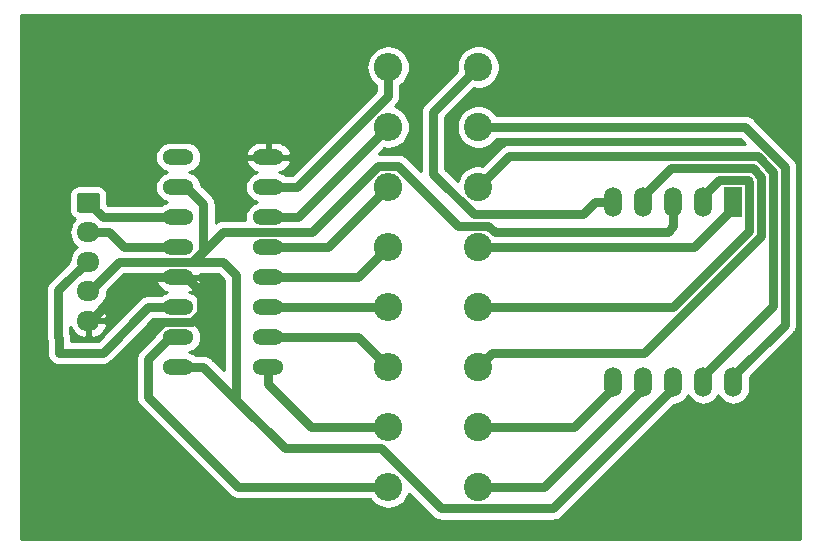
<source format=gbr>
G04 #@! TF.GenerationSoftware,KiCad,Pcbnew,(5.1.2)-2*
G04 #@! TF.CreationDate,2019-09-23T07:30:52-10:00*
G04 #@! TF.ProjectId,595N_7SEG,3539354e-5f37-4534-9547-2e6b69636164,rev?*
G04 #@! TF.SameCoordinates,Original*
G04 #@! TF.FileFunction,Copper,L1,Top*
G04 #@! TF.FilePolarity,Positive*
%FSLAX46Y46*%
G04 Gerber Fmt 4.6, Leading zero omitted, Abs format (unit mm)*
G04 Created by KiCad (PCBNEW (5.1.2)-2) date 2019-09-23 07:30:52*
%MOMM*%
%LPD*%
G04 APERTURE LIST*
%ADD10C,2.400000*%
%ADD11O,2.400000X2.400000*%
%ADD12O,1.524000X2.524000*%
%ADD13R,1.524000X2.524000*%
%ADD14C,0.100000*%
%ADD15C,1.700000*%
%ADD16O,1.950000X1.700000*%
%ADD17O,2.641600X1.320800*%
%ADD18C,0.800000*%
%ADD19C,0.254000*%
G04 APERTURE END LIST*
D10*
X130810000Y-85090000D03*
D11*
X123190000Y-85090000D03*
D12*
X152400000Y-96520000D03*
X149860000Y-96520000D03*
X147320000Y-96520000D03*
X144780000Y-96520000D03*
X142240000Y-96520000D03*
X142240000Y-81280000D03*
X144780000Y-81280000D03*
X147320000Y-81280000D03*
X149860000Y-81280000D03*
D13*
X152400000Y-81280000D03*
D14*
G36*
X98539504Y-80471204D02*
G01*
X98563773Y-80474804D01*
X98587571Y-80480765D01*
X98610671Y-80489030D01*
X98632849Y-80499520D01*
X98653893Y-80512133D01*
X98673598Y-80526747D01*
X98691777Y-80543223D01*
X98708253Y-80561402D01*
X98722867Y-80581107D01*
X98735480Y-80602151D01*
X98745970Y-80624329D01*
X98754235Y-80647429D01*
X98760196Y-80671227D01*
X98763796Y-80695496D01*
X98765000Y-80720000D01*
X98765000Y-81920000D01*
X98763796Y-81944504D01*
X98760196Y-81968773D01*
X98754235Y-81992571D01*
X98745970Y-82015671D01*
X98735480Y-82037849D01*
X98722867Y-82058893D01*
X98708253Y-82078598D01*
X98691777Y-82096777D01*
X98673598Y-82113253D01*
X98653893Y-82127867D01*
X98632849Y-82140480D01*
X98610671Y-82150970D01*
X98587571Y-82159235D01*
X98563773Y-82165196D01*
X98539504Y-82168796D01*
X98515000Y-82170000D01*
X97065000Y-82170000D01*
X97040496Y-82168796D01*
X97016227Y-82165196D01*
X96992429Y-82159235D01*
X96969329Y-82150970D01*
X96947151Y-82140480D01*
X96926107Y-82127867D01*
X96906402Y-82113253D01*
X96888223Y-82096777D01*
X96871747Y-82078598D01*
X96857133Y-82058893D01*
X96844520Y-82037849D01*
X96834030Y-82015671D01*
X96825765Y-81992571D01*
X96819804Y-81968773D01*
X96816204Y-81944504D01*
X96815000Y-81920000D01*
X96815000Y-80720000D01*
X96816204Y-80695496D01*
X96819804Y-80671227D01*
X96825765Y-80647429D01*
X96834030Y-80624329D01*
X96844520Y-80602151D01*
X96857133Y-80581107D01*
X96871747Y-80561402D01*
X96888223Y-80543223D01*
X96906402Y-80526747D01*
X96926107Y-80512133D01*
X96947151Y-80499520D01*
X96969329Y-80489030D01*
X96992429Y-80480765D01*
X97016227Y-80474804D01*
X97040496Y-80471204D01*
X97065000Y-80470000D01*
X98515000Y-80470000D01*
X98539504Y-80471204D01*
X98539504Y-80471204D01*
G37*
D15*
X97790000Y-81320000D03*
D16*
X97790000Y-83820000D03*
X97790000Y-86320000D03*
X97790000Y-88820000D03*
X97790000Y-91320000D03*
D10*
X130810000Y-105410000D03*
D11*
X123190000Y-105410000D03*
X123190000Y-100330000D03*
D10*
X130810000Y-100330000D03*
X130810000Y-95250000D03*
D11*
X123190000Y-95250000D03*
X123190000Y-90170000D03*
D10*
X130810000Y-90170000D03*
D11*
X123190000Y-80010000D03*
D10*
X130810000Y-80010000D03*
X130810000Y-74930000D03*
D11*
X123190000Y-74930000D03*
X123190000Y-69850000D03*
D10*
X130810000Y-69850000D03*
D17*
X113030000Y-95250000D03*
X113030000Y-92710000D03*
X113030000Y-80010000D03*
X113030000Y-77470000D03*
X113030000Y-90170000D03*
X113030000Y-87630000D03*
X113030000Y-82550000D03*
X113030000Y-85090000D03*
X105410000Y-77470000D03*
X105410000Y-80010000D03*
X105410000Y-82550000D03*
X105410000Y-85090000D03*
X105410000Y-87630000D03*
X105410000Y-90170000D03*
X105410000Y-92710000D03*
X105410000Y-95250000D03*
D18*
X132507056Y-74930000D02*
X130810000Y-74930000D01*
X153396682Y-74930000D02*
X132507056Y-74930000D01*
X156762031Y-78295349D02*
X153396682Y-74930000D01*
X156762031Y-91657969D02*
X156762031Y-78295349D01*
X152400000Y-96020000D02*
X156762031Y-91657969D01*
X152400000Y-96520000D02*
X152400000Y-96020000D01*
X133402021Y-77417979D02*
X132009999Y-78810001D01*
X154470435Y-77417979D02*
X133402021Y-77417979D01*
X155762021Y-78709565D02*
X154470435Y-77417979D01*
X155762021Y-90117979D02*
X155762021Y-78709565D01*
X132009999Y-78810001D02*
X130810000Y-80010000D01*
X149860000Y-96020000D02*
X155762021Y-90117979D01*
X149860000Y-96520000D02*
X149860000Y-96020000D01*
X106070400Y-80010000D02*
X105410000Y-80010000D01*
X106592478Y-86350410D02*
X107530800Y-85412088D01*
X100384590Y-86350410D02*
X106592478Y-86350410D01*
X97915000Y-88820000D02*
X100384590Y-86350410D01*
X107530800Y-81470400D02*
X106070400Y-80010000D01*
X97790000Y-88820000D02*
X97915000Y-88820000D01*
X107530800Y-85412088D02*
X107530800Y-84239200D01*
X107530800Y-84239200D02*
X107530800Y-81470400D01*
X107530800Y-95250000D02*
X105410000Y-95250000D01*
X122574003Y-102130001D02*
X114410801Y-102130001D01*
X127654003Y-107210001D02*
X122574003Y-102130001D01*
X147320000Y-97020000D02*
X137129999Y-107210001D01*
X137129999Y-107210001D02*
X127654003Y-107210001D01*
X147320000Y-96520000D02*
X147320000Y-97020000D01*
X110280400Y-87420400D02*
X110280400Y-97999600D01*
X109210410Y-86350410D02*
X110280400Y-87420400D01*
X114410801Y-102130001D02*
X110280400Y-97999600D01*
X110280400Y-97999600D02*
X107530800Y-95250000D01*
X109210410Y-83829590D02*
X106689590Y-86350410D01*
X116706408Y-83829590D02*
X109210410Y-83829590D01*
X122325999Y-78209999D02*
X116706408Y-83829590D01*
X129134001Y-83289999D02*
X124054001Y-78209999D01*
X124054001Y-78209999D02*
X122325999Y-78209999D01*
X132204002Y-83820000D02*
X131674001Y-83289999D01*
X146842000Y-83820000D02*
X132204002Y-83820000D01*
X131674001Y-83289999D02*
X129134001Y-83289999D01*
X147320000Y-83342000D02*
X146842000Y-83820000D01*
X147320000Y-81280000D02*
X147320000Y-83342000D01*
X106689590Y-86350410D02*
X109210410Y-86350410D01*
X106592478Y-86350410D02*
X106689590Y-86350410D01*
X144780000Y-97020000D02*
X144780000Y-96520000D01*
X136390000Y-105410000D02*
X144780000Y-97020000D01*
X130810000Y-105410000D02*
X136390000Y-105410000D01*
X142240000Y-97020000D02*
X142240000Y-96520000D01*
X138930000Y-100330000D02*
X142240000Y-97020000D01*
X130810000Y-100330000D02*
X138930000Y-100330000D01*
X130425987Y-82289989D02*
X127000000Y-78864002D01*
X139668011Y-82289989D02*
X130425987Y-82289989D01*
X142240000Y-81280000D02*
X140678000Y-81280000D01*
X140678000Y-81280000D02*
X139668011Y-82289989D01*
X127000000Y-73660000D02*
X130810000Y-69850000D01*
X127000000Y-78864002D02*
X127000000Y-73660000D01*
X132009999Y-94050001D02*
X130810000Y-95250000D01*
X144854225Y-94050001D02*
X132009999Y-94050001D01*
X154762011Y-84142215D02*
X144854225Y-94050001D01*
X154762011Y-79123782D02*
X154762011Y-84142215D01*
X154056218Y-78417989D02*
X154762011Y-79123782D01*
X147142011Y-78417989D02*
X154056218Y-78417989D01*
X144780000Y-80780000D02*
X147142011Y-78417989D01*
X144780000Y-81280000D02*
X144780000Y-80780000D01*
X153762001Y-79537999D02*
X153762001Y-83727999D01*
X153642001Y-79417999D02*
X153762001Y-79537999D01*
X151222001Y-79417999D02*
X153642001Y-79417999D01*
X149860000Y-81280000D02*
X149860000Y-80780000D01*
X149860000Y-80780000D02*
X151222001Y-79417999D01*
X147320000Y-90170000D02*
X130810000Y-90170000D01*
X153762001Y-83727999D02*
X147320000Y-90170000D01*
X132507056Y-85090000D02*
X130810000Y-85090000D01*
X149090000Y-85090000D02*
X132507056Y-85090000D01*
X152400000Y-81780000D02*
X149090000Y-85090000D01*
X152400000Y-81280000D02*
X152400000Y-81780000D01*
X99020000Y-82550000D02*
X105410000Y-82550000D01*
X97790000Y-81320000D02*
X99020000Y-82550000D01*
X99565000Y-83820000D02*
X100835000Y-85090000D01*
X97790000Y-83820000D02*
X99565000Y-83820000D01*
X100835000Y-85090000D02*
X105410000Y-85090000D01*
X97665000Y-86320000D02*
X95250000Y-88735000D01*
X97790000Y-86320000D02*
X97665000Y-86320000D01*
X95250000Y-88735000D02*
X95250000Y-92710000D01*
X95310010Y-92770010D02*
X95310010Y-94040010D01*
X95250000Y-92710000D02*
X95310010Y-92770010D01*
X95310010Y-94040010D02*
X98999990Y-94040010D01*
X102870000Y-90170000D02*
X105410000Y-90170000D01*
X98999990Y-94040010D02*
X102870000Y-90170000D01*
X97915000Y-91320000D02*
X101605000Y-87630000D01*
X97790000Y-91320000D02*
X97915000Y-91320000D01*
X101605000Y-87630000D02*
X105410000Y-87630000D01*
X106582888Y-91440000D02*
X104140000Y-91440000D01*
X107330810Y-90692078D02*
X106582888Y-91440000D01*
X107330810Y-88890410D02*
X107330810Y-90692078D01*
X105410000Y-87630000D02*
X106070400Y-87630000D01*
X106070400Y-87630000D02*
X107330810Y-88890410D01*
X104140000Y-91440000D02*
X102870000Y-92710000D01*
X102870000Y-92710000D02*
X104149590Y-91430410D01*
X110490000Y-105410000D02*
X123190000Y-105410000D01*
X102870000Y-97790000D02*
X110490000Y-105410000D01*
X102870000Y-94589600D02*
X102870000Y-97790000D01*
X105410000Y-92710000D02*
X104749600Y-92710000D01*
X104749600Y-92710000D02*
X102870000Y-94589600D01*
X113030000Y-96710400D02*
X116649600Y-100330000D01*
X113030000Y-95250000D02*
X113030000Y-96710400D01*
X116649600Y-100330000D02*
X123190000Y-100330000D01*
X120650000Y-92710000D02*
X123190000Y-95250000D01*
X113030000Y-92710000D02*
X120650000Y-92710000D01*
X113030000Y-90170000D02*
X123190000Y-90170000D01*
X120650000Y-87630000D02*
X123190000Y-85090000D01*
X113030000Y-87630000D02*
X120650000Y-87630000D01*
X118110000Y-85090000D02*
X123190000Y-80010000D01*
X113030000Y-85090000D02*
X118110000Y-85090000D01*
X115570000Y-82550000D02*
X123190000Y-74930000D01*
X113030000Y-82550000D02*
X115570000Y-82550000D01*
X115445998Y-80010000D02*
X123190000Y-72265998D01*
X113030000Y-80010000D02*
X115445998Y-80010000D01*
X123190000Y-72265998D02*
X123190000Y-69850000D01*
D19*
G36*
X158090000Y-109830000D02*
G01*
X92100000Y-109830000D01*
X92100000Y-88735000D01*
X94209994Y-88735000D01*
X94215000Y-88785828D01*
X94215001Y-92659162D01*
X94209994Y-92710000D01*
X94229977Y-92912895D01*
X94275010Y-93061348D01*
X94275011Y-93989163D01*
X94270003Y-94040010D01*
X94289986Y-94242905D01*
X94349169Y-94438003D01*
X94445276Y-94617807D01*
X94574614Y-94775406D01*
X94732213Y-94904744D01*
X94912017Y-95000851D01*
X95107115Y-95060034D01*
X95259172Y-95075010D01*
X95310010Y-95080017D01*
X95360848Y-95075010D01*
X98949162Y-95075010D01*
X98999990Y-95080016D01*
X99050818Y-95075010D01*
X99050828Y-95075010D01*
X99202885Y-95060034D01*
X99397983Y-95000851D01*
X99577787Y-94904744D01*
X99735386Y-94775406D01*
X99767797Y-94735913D01*
X103298711Y-91205000D01*
X103968801Y-91205000D01*
X104026433Y-91252297D01*
X104251474Y-91372583D01*
X104473715Y-91440000D01*
X104251474Y-91507417D01*
X104026433Y-91627703D01*
X103829182Y-91789582D01*
X103667303Y-91986833D01*
X103547017Y-92211874D01*
X103472944Y-92456057D01*
X103465636Y-92530253D01*
X102174097Y-93821793D01*
X102134604Y-93854204D01*
X102005266Y-94011803D01*
X101909159Y-94191608D01*
X101849976Y-94386706D01*
X101835000Y-94538763D01*
X101835000Y-94538772D01*
X101829994Y-94589600D01*
X101835000Y-94640428D01*
X101835001Y-97739162D01*
X101829994Y-97790000D01*
X101849977Y-97992895D01*
X101909160Y-98187993D01*
X102005266Y-98367797D01*
X102102197Y-98485907D01*
X102134605Y-98525396D01*
X102174093Y-98557803D01*
X109722197Y-106105908D01*
X109754604Y-106145396D01*
X109794092Y-106177803D01*
X109912202Y-106274734D01*
X109920556Y-106279199D01*
X110092007Y-106370841D01*
X110287105Y-106430024D01*
X110439162Y-106445000D01*
X110439171Y-106445000D01*
X110489999Y-106450006D01*
X110540827Y-106445000D01*
X121665567Y-106445000D01*
X121886181Y-106713819D01*
X122165596Y-106943129D01*
X122484378Y-107113521D01*
X122830277Y-107218448D01*
X123099861Y-107245000D01*
X123280139Y-107245000D01*
X123549723Y-107218448D01*
X123895622Y-107113521D01*
X124214404Y-106943129D01*
X124493819Y-106713819D01*
X124723129Y-106434404D01*
X124893521Y-106115622D01*
X124940627Y-105960335D01*
X126886200Y-107905909D01*
X126918607Y-107945397D01*
X126958095Y-107977804D01*
X127076205Y-108074735D01*
X127172312Y-108126105D01*
X127256010Y-108170842D01*
X127451108Y-108230025D01*
X127603165Y-108245001D01*
X127603167Y-108245001D01*
X127654003Y-108250008D01*
X127704838Y-108245001D01*
X137079171Y-108245001D01*
X137129999Y-108250007D01*
X137180827Y-108245001D01*
X137180837Y-108245001D01*
X137332894Y-108230025D01*
X137527992Y-108170842D01*
X137707796Y-108074735D01*
X137865395Y-107945397D01*
X137897806Y-107905904D01*
X147386502Y-98417209D01*
X147593859Y-98396786D01*
X147857194Y-98316904D01*
X148099886Y-98187183D01*
X148312607Y-98012608D01*
X148487183Y-97799887D01*
X148590000Y-97607529D01*
X148692817Y-97799886D01*
X148867392Y-98012607D01*
X149080113Y-98187183D01*
X149322805Y-98316904D01*
X149586140Y-98396786D01*
X149860000Y-98423759D01*
X150133859Y-98396786D01*
X150397194Y-98316904D01*
X150639886Y-98187183D01*
X150852607Y-98012608D01*
X151027183Y-97799887D01*
X151130000Y-97607529D01*
X151232817Y-97799886D01*
X151407392Y-98012607D01*
X151620113Y-98187183D01*
X151862805Y-98316904D01*
X152126140Y-98396786D01*
X152400000Y-98423759D01*
X152673859Y-98396786D01*
X152937194Y-98316904D01*
X153179886Y-98187183D01*
X153392607Y-98012608D01*
X153567183Y-97799887D01*
X153696904Y-97557195D01*
X153776786Y-97293860D01*
X153797000Y-97088625D01*
X153797000Y-96086710D01*
X157457939Y-92425772D01*
X157497427Y-92393365D01*
X157564196Y-92312007D01*
X157626765Y-92235767D01*
X157722871Y-92055963D01*
X157722872Y-92055962D01*
X157782055Y-91860864D01*
X157797031Y-91708807D01*
X157797031Y-91708798D01*
X157802037Y-91657970D01*
X157797031Y-91607142D01*
X157797031Y-78346176D01*
X157802037Y-78295348D01*
X157797031Y-78244520D01*
X157797031Y-78244511D01*
X157782055Y-78092454D01*
X157722872Y-77897356D01*
X157669287Y-77797105D01*
X157626765Y-77717551D01*
X157529834Y-77599441D01*
X157497427Y-77559953D01*
X157457939Y-77527546D01*
X154164489Y-74234097D01*
X154132078Y-74194604D01*
X153974479Y-74065266D01*
X153794675Y-73969159D01*
X153599577Y-73909976D01*
X153447520Y-73895000D01*
X153447510Y-73895000D01*
X153396682Y-73889994D01*
X153345854Y-73895000D01*
X132325371Y-73895000D01*
X132235338Y-73760256D01*
X131979744Y-73504662D01*
X131679199Y-73303844D01*
X131345250Y-73165518D01*
X130990732Y-73095000D01*
X130629268Y-73095000D01*
X130274750Y-73165518D01*
X129940801Y-73303844D01*
X129640256Y-73504662D01*
X129384662Y-73760256D01*
X129183844Y-74060801D01*
X129045518Y-74394750D01*
X128975000Y-74749268D01*
X128975000Y-75110732D01*
X129045518Y-75465250D01*
X129183844Y-75799199D01*
X129384662Y-76099744D01*
X129640256Y-76355338D01*
X129940801Y-76556156D01*
X130274750Y-76694482D01*
X130629268Y-76765000D01*
X130990732Y-76765000D01*
X131345250Y-76694482D01*
X131679199Y-76556156D01*
X131979744Y-76355338D01*
X132235338Y-76099744D01*
X132325371Y-75965000D01*
X152967972Y-75965000D01*
X153385951Y-76382979D01*
X133452848Y-76382979D01*
X133402020Y-76377973D01*
X133351192Y-76382979D01*
X133351183Y-76382979D01*
X133199126Y-76397955D01*
X133004028Y-76457138D01*
X132920330Y-76501875D01*
X132824223Y-76553245D01*
X132726407Y-76633521D01*
X132666625Y-76682583D01*
X132634218Y-76722071D01*
X131314096Y-78042194D01*
X131314091Y-78042198D01*
X131149674Y-78206615D01*
X130990732Y-78175000D01*
X130629268Y-78175000D01*
X130274750Y-78245518D01*
X129940801Y-78383844D01*
X129640256Y-78584662D01*
X129384662Y-78840256D01*
X129183844Y-79140801D01*
X129053994Y-79454286D01*
X128035000Y-78435292D01*
X128035000Y-74088710D01*
X130470326Y-71653385D01*
X130629268Y-71685000D01*
X130990732Y-71685000D01*
X131345250Y-71614482D01*
X131679199Y-71476156D01*
X131979744Y-71275338D01*
X132235338Y-71019744D01*
X132436156Y-70719199D01*
X132574482Y-70385250D01*
X132645000Y-70030732D01*
X132645000Y-69669268D01*
X132574482Y-69314750D01*
X132436156Y-68980801D01*
X132235338Y-68680256D01*
X131979744Y-68424662D01*
X131679199Y-68223844D01*
X131345250Y-68085518D01*
X130990732Y-68015000D01*
X130629268Y-68015000D01*
X130274750Y-68085518D01*
X129940801Y-68223844D01*
X129640256Y-68424662D01*
X129384662Y-68680256D01*
X129183844Y-68980801D01*
X129045518Y-69314750D01*
X128975000Y-69669268D01*
X128975000Y-70030732D01*
X129006615Y-70189674D01*
X126304092Y-72892198D01*
X126264605Y-72924604D01*
X126232198Y-72964092D01*
X126232197Y-72964093D01*
X126135266Y-73082203D01*
X126039160Y-73262007D01*
X125979977Y-73457105D01*
X125959994Y-73660000D01*
X125965001Y-73710838D01*
X125965000Y-78657288D01*
X124821808Y-77514096D01*
X124789397Y-77474603D01*
X124631798Y-77345265D01*
X124451994Y-77249158D01*
X124256896Y-77189975D01*
X124104839Y-77174999D01*
X124104829Y-77174999D01*
X124054001Y-77169993D01*
X124003173Y-77174999D01*
X122408712Y-77174999D01*
X122843919Y-76739792D01*
X123099861Y-76765000D01*
X123280139Y-76765000D01*
X123549723Y-76738448D01*
X123895622Y-76633521D01*
X124214404Y-76463129D01*
X124493819Y-76233819D01*
X124723129Y-75954404D01*
X124893521Y-75635622D01*
X124998448Y-75289723D01*
X125033878Y-74930000D01*
X124998448Y-74570277D01*
X124893521Y-74224378D01*
X124723129Y-73905596D01*
X124493819Y-73626181D01*
X124214404Y-73396871D01*
X123895622Y-73226479D01*
X123740335Y-73179373D01*
X123885908Y-73033801D01*
X123925396Y-73001394D01*
X123988416Y-72924604D01*
X124054734Y-72843796D01*
X124150840Y-72663992D01*
X124150841Y-72663991D01*
X124210024Y-72468893D01*
X124225000Y-72316836D01*
X124225000Y-72316833D01*
X124230007Y-72265998D01*
X124225000Y-72215163D01*
X124225000Y-71374433D01*
X124493819Y-71153819D01*
X124723129Y-70874404D01*
X124893521Y-70555622D01*
X124998448Y-70209723D01*
X125033878Y-69850000D01*
X124998448Y-69490277D01*
X124893521Y-69144378D01*
X124723129Y-68825596D01*
X124493819Y-68546181D01*
X124214404Y-68316871D01*
X123895622Y-68146479D01*
X123549723Y-68041552D01*
X123280139Y-68015000D01*
X123099861Y-68015000D01*
X122830277Y-68041552D01*
X122484378Y-68146479D01*
X122165596Y-68316871D01*
X121886181Y-68546181D01*
X121656871Y-68825596D01*
X121486479Y-69144378D01*
X121381552Y-69490277D01*
X121346122Y-69850000D01*
X121381552Y-70209723D01*
X121486479Y-70555622D01*
X121656871Y-70874404D01*
X121886181Y-71153819D01*
X122155000Y-71374433D01*
X122155000Y-71837287D01*
X115017288Y-78975000D01*
X114471199Y-78975000D01*
X114413567Y-78927703D01*
X114188526Y-78807417D01*
X113958023Y-78737494D01*
X114067680Y-78715733D01*
X114303461Y-78618193D01*
X114515683Y-78476529D01*
X114696189Y-78296184D01*
X114838044Y-78084089D01*
X114935795Y-77848395D01*
X114943820Y-77797105D01*
X114819933Y-77597000D01*
X113157000Y-77597000D01*
X113157000Y-77617000D01*
X112903000Y-77617000D01*
X112903000Y-77597000D01*
X111240067Y-77597000D01*
X111116180Y-77797105D01*
X111124205Y-77848395D01*
X111221956Y-78084089D01*
X111363811Y-78296184D01*
X111544317Y-78476529D01*
X111756539Y-78618193D01*
X111992320Y-78715733D01*
X112101977Y-78737494D01*
X111871474Y-78807417D01*
X111646433Y-78927703D01*
X111449182Y-79089582D01*
X111287303Y-79286833D01*
X111167017Y-79511874D01*
X111092944Y-79756057D01*
X111067933Y-80010000D01*
X111092944Y-80263943D01*
X111167017Y-80508126D01*
X111287303Y-80733167D01*
X111449182Y-80930418D01*
X111646433Y-81092297D01*
X111871474Y-81212583D01*
X112093715Y-81280000D01*
X111871474Y-81347417D01*
X111646433Y-81467703D01*
X111449182Y-81629582D01*
X111287303Y-81826833D01*
X111167017Y-82051874D01*
X111092944Y-82296057D01*
X111067933Y-82550000D01*
X111092023Y-82794590D01*
X109261245Y-82794590D01*
X109210410Y-82789583D01*
X109159575Y-82794590D01*
X109159572Y-82794590D01*
X109007515Y-82809566D01*
X108812417Y-82868749D01*
X108760510Y-82896494D01*
X108632612Y-82964856D01*
X108565800Y-83019688D01*
X108565800Y-81521227D01*
X108570806Y-81470399D01*
X108565800Y-81419571D01*
X108565800Y-81419562D01*
X108550824Y-81267505D01*
X108491641Y-81072407D01*
X108395534Y-80892603D01*
X108266196Y-80735004D01*
X108226708Y-80702597D01*
X107354364Y-79830253D01*
X107347056Y-79756057D01*
X107272983Y-79511874D01*
X107152697Y-79286833D01*
X106990818Y-79089582D01*
X106793567Y-78927703D01*
X106568526Y-78807417D01*
X106346285Y-78740000D01*
X106568526Y-78672583D01*
X106793567Y-78552297D01*
X106990818Y-78390418D01*
X107152697Y-78193167D01*
X107272983Y-77968126D01*
X107347056Y-77723943D01*
X107372067Y-77470000D01*
X107347056Y-77216057D01*
X107324863Y-77142895D01*
X111116180Y-77142895D01*
X111240067Y-77343000D01*
X112903000Y-77343000D01*
X112903000Y-76174600D01*
X113157000Y-76174600D01*
X113157000Y-77343000D01*
X114819933Y-77343000D01*
X114943820Y-77142895D01*
X114935795Y-77091605D01*
X114838044Y-76855911D01*
X114696189Y-76643816D01*
X114515683Y-76463471D01*
X114303461Y-76321807D01*
X114067680Y-76224267D01*
X113817400Y-76174600D01*
X113157000Y-76174600D01*
X112903000Y-76174600D01*
X112242600Y-76174600D01*
X111992320Y-76224267D01*
X111756539Y-76321807D01*
X111544317Y-76463471D01*
X111363811Y-76643816D01*
X111221956Y-76855911D01*
X111124205Y-77091605D01*
X111116180Y-77142895D01*
X107324863Y-77142895D01*
X107272983Y-76971874D01*
X107152697Y-76746833D01*
X106990818Y-76549582D01*
X106793567Y-76387703D01*
X106568526Y-76267417D01*
X106324343Y-76193344D01*
X106134030Y-76174600D01*
X104685970Y-76174600D01*
X104495657Y-76193344D01*
X104251474Y-76267417D01*
X104026433Y-76387703D01*
X103829182Y-76549582D01*
X103667303Y-76746833D01*
X103547017Y-76971874D01*
X103472944Y-77216057D01*
X103447933Y-77470000D01*
X103472944Y-77723943D01*
X103547017Y-77968126D01*
X103667303Y-78193167D01*
X103829182Y-78390418D01*
X104026433Y-78552297D01*
X104251474Y-78672583D01*
X104473715Y-78740000D01*
X104251474Y-78807417D01*
X104026433Y-78927703D01*
X103829182Y-79089582D01*
X103667303Y-79286833D01*
X103547017Y-79511874D01*
X103472944Y-79756057D01*
X103447933Y-80010000D01*
X103472944Y-80263943D01*
X103547017Y-80508126D01*
X103667303Y-80733167D01*
X103829182Y-80930418D01*
X104026433Y-81092297D01*
X104251474Y-81212583D01*
X104473715Y-81280000D01*
X104251474Y-81347417D01*
X104026433Y-81467703D01*
X103968801Y-81515000D01*
X99448711Y-81515000D01*
X99403072Y-81469361D01*
X99403072Y-80720000D01*
X99386008Y-80546746D01*
X99335472Y-80380150D01*
X99253405Y-80226614D01*
X99142962Y-80092038D01*
X99008386Y-79981595D01*
X98854850Y-79899528D01*
X98688254Y-79848992D01*
X98515000Y-79831928D01*
X97065000Y-79831928D01*
X96891746Y-79848992D01*
X96725150Y-79899528D01*
X96571614Y-79981595D01*
X96437038Y-80092038D01*
X96326595Y-80226614D01*
X96244528Y-80380150D01*
X96193992Y-80546746D01*
X96176928Y-80720000D01*
X96176928Y-81920000D01*
X96193992Y-82093254D01*
X96244528Y-82259850D01*
X96326595Y-82413386D01*
X96437038Y-82547962D01*
X96571614Y-82658405D01*
X96673337Y-82712777D01*
X96609866Y-82764866D01*
X96424294Y-82990986D01*
X96286401Y-83248966D01*
X96201487Y-83528889D01*
X96172815Y-83820000D01*
X96201487Y-84111111D01*
X96286401Y-84391034D01*
X96424294Y-84649014D01*
X96609866Y-84875134D01*
X96835986Y-85060706D01*
X96853374Y-85070000D01*
X96835986Y-85079294D01*
X96609866Y-85264866D01*
X96424294Y-85490986D01*
X96286401Y-85748966D01*
X96201487Y-86028889D01*
X96172815Y-86320000D01*
X96175368Y-86345921D01*
X94554097Y-87967193D01*
X94514604Y-87999604D01*
X94385266Y-88157203D01*
X94289159Y-88337008D01*
X94229976Y-88532106D01*
X94215000Y-88684163D01*
X94215000Y-88684172D01*
X94209994Y-88735000D01*
X92100000Y-88735000D01*
X92100000Y-65430000D01*
X158090001Y-65430000D01*
X158090000Y-109830000D01*
X158090000Y-109830000D01*
G37*
X158090000Y-109830000D02*
X92100000Y-109830000D01*
X92100000Y-88735000D01*
X94209994Y-88735000D01*
X94215000Y-88785828D01*
X94215001Y-92659162D01*
X94209994Y-92710000D01*
X94229977Y-92912895D01*
X94275010Y-93061348D01*
X94275011Y-93989163D01*
X94270003Y-94040010D01*
X94289986Y-94242905D01*
X94349169Y-94438003D01*
X94445276Y-94617807D01*
X94574614Y-94775406D01*
X94732213Y-94904744D01*
X94912017Y-95000851D01*
X95107115Y-95060034D01*
X95259172Y-95075010D01*
X95310010Y-95080017D01*
X95360848Y-95075010D01*
X98949162Y-95075010D01*
X98999990Y-95080016D01*
X99050818Y-95075010D01*
X99050828Y-95075010D01*
X99202885Y-95060034D01*
X99397983Y-95000851D01*
X99577787Y-94904744D01*
X99735386Y-94775406D01*
X99767797Y-94735913D01*
X103298711Y-91205000D01*
X103968801Y-91205000D01*
X104026433Y-91252297D01*
X104251474Y-91372583D01*
X104473715Y-91440000D01*
X104251474Y-91507417D01*
X104026433Y-91627703D01*
X103829182Y-91789582D01*
X103667303Y-91986833D01*
X103547017Y-92211874D01*
X103472944Y-92456057D01*
X103465636Y-92530253D01*
X102174097Y-93821793D01*
X102134604Y-93854204D01*
X102005266Y-94011803D01*
X101909159Y-94191608D01*
X101849976Y-94386706D01*
X101835000Y-94538763D01*
X101835000Y-94538772D01*
X101829994Y-94589600D01*
X101835000Y-94640428D01*
X101835001Y-97739162D01*
X101829994Y-97790000D01*
X101849977Y-97992895D01*
X101909160Y-98187993D01*
X102005266Y-98367797D01*
X102102197Y-98485907D01*
X102134605Y-98525396D01*
X102174093Y-98557803D01*
X109722197Y-106105908D01*
X109754604Y-106145396D01*
X109794092Y-106177803D01*
X109912202Y-106274734D01*
X109920556Y-106279199D01*
X110092007Y-106370841D01*
X110287105Y-106430024D01*
X110439162Y-106445000D01*
X110439171Y-106445000D01*
X110489999Y-106450006D01*
X110540827Y-106445000D01*
X121665567Y-106445000D01*
X121886181Y-106713819D01*
X122165596Y-106943129D01*
X122484378Y-107113521D01*
X122830277Y-107218448D01*
X123099861Y-107245000D01*
X123280139Y-107245000D01*
X123549723Y-107218448D01*
X123895622Y-107113521D01*
X124214404Y-106943129D01*
X124493819Y-106713819D01*
X124723129Y-106434404D01*
X124893521Y-106115622D01*
X124940627Y-105960335D01*
X126886200Y-107905909D01*
X126918607Y-107945397D01*
X126958095Y-107977804D01*
X127076205Y-108074735D01*
X127172312Y-108126105D01*
X127256010Y-108170842D01*
X127451108Y-108230025D01*
X127603165Y-108245001D01*
X127603167Y-108245001D01*
X127654003Y-108250008D01*
X127704838Y-108245001D01*
X137079171Y-108245001D01*
X137129999Y-108250007D01*
X137180827Y-108245001D01*
X137180837Y-108245001D01*
X137332894Y-108230025D01*
X137527992Y-108170842D01*
X137707796Y-108074735D01*
X137865395Y-107945397D01*
X137897806Y-107905904D01*
X147386502Y-98417209D01*
X147593859Y-98396786D01*
X147857194Y-98316904D01*
X148099886Y-98187183D01*
X148312607Y-98012608D01*
X148487183Y-97799887D01*
X148590000Y-97607529D01*
X148692817Y-97799886D01*
X148867392Y-98012607D01*
X149080113Y-98187183D01*
X149322805Y-98316904D01*
X149586140Y-98396786D01*
X149860000Y-98423759D01*
X150133859Y-98396786D01*
X150397194Y-98316904D01*
X150639886Y-98187183D01*
X150852607Y-98012608D01*
X151027183Y-97799887D01*
X151130000Y-97607529D01*
X151232817Y-97799886D01*
X151407392Y-98012607D01*
X151620113Y-98187183D01*
X151862805Y-98316904D01*
X152126140Y-98396786D01*
X152400000Y-98423759D01*
X152673859Y-98396786D01*
X152937194Y-98316904D01*
X153179886Y-98187183D01*
X153392607Y-98012608D01*
X153567183Y-97799887D01*
X153696904Y-97557195D01*
X153776786Y-97293860D01*
X153797000Y-97088625D01*
X153797000Y-96086710D01*
X157457939Y-92425772D01*
X157497427Y-92393365D01*
X157564196Y-92312007D01*
X157626765Y-92235767D01*
X157722871Y-92055963D01*
X157722872Y-92055962D01*
X157782055Y-91860864D01*
X157797031Y-91708807D01*
X157797031Y-91708798D01*
X157802037Y-91657970D01*
X157797031Y-91607142D01*
X157797031Y-78346176D01*
X157802037Y-78295348D01*
X157797031Y-78244520D01*
X157797031Y-78244511D01*
X157782055Y-78092454D01*
X157722872Y-77897356D01*
X157669287Y-77797105D01*
X157626765Y-77717551D01*
X157529834Y-77599441D01*
X157497427Y-77559953D01*
X157457939Y-77527546D01*
X154164489Y-74234097D01*
X154132078Y-74194604D01*
X153974479Y-74065266D01*
X153794675Y-73969159D01*
X153599577Y-73909976D01*
X153447520Y-73895000D01*
X153447510Y-73895000D01*
X153396682Y-73889994D01*
X153345854Y-73895000D01*
X132325371Y-73895000D01*
X132235338Y-73760256D01*
X131979744Y-73504662D01*
X131679199Y-73303844D01*
X131345250Y-73165518D01*
X130990732Y-73095000D01*
X130629268Y-73095000D01*
X130274750Y-73165518D01*
X129940801Y-73303844D01*
X129640256Y-73504662D01*
X129384662Y-73760256D01*
X129183844Y-74060801D01*
X129045518Y-74394750D01*
X128975000Y-74749268D01*
X128975000Y-75110732D01*
X129045518Y-75465250D01*
X129183844Y-75799199D01*
X129384662Y-76099744D01*
X129640256Y-76355338D01*
X129940801Y-76556156D01*
X130274750Y-76694482D01*
X130629268Y-76765000D01*
X130990732Y-76765000D01*
X131345250Y-76694482D01*
X131679199Y-76556156D01*
X131979744Y-76355338D01*
X132235338Y-76099744D01*
X132325371Y-75965000D01*
X152967972Y-75965000D01*
X153385951Y-76382979D01*
X133452848Y-76382979D01*
X133402020Y-76377973D01*
X133351192Y-76382979D01*
X133351183Y-76382979D01*
X133199126Y-76397955D01*
X133004028Y-76457138D01*
X132920330Y-76501875D01*
X132824223Y-76553245D01*
X132726407Y-76633521D01*
X132666625Y-76682583D01*
X132634218Y-76722071D01*
X131314096Y-78042194D01*
X131314091Y-78042198D01*
X131149674Y-78206615D01*
X130990732Y-78175000D01*
X130629268Y-78175000D01*
X130274750Y-78245518D01*
X129940801Y-78383844D01*
X129640256Y-78584662D01*
X129384662Y-78840256D01*
X129183844Y-79140801D01*
X129053994Y-79454286D01*
X128035000Y-78435292D01*
X128035000Y-74088710D01*
X130470326Y-71653385D01*
X130629268Y-71685000D01*
X130990732Y-71685000D01*
X131345250Y-71614482D01*
X131679199Y-71476156D01*
X131979744Y-71275338D01*
X132235338Y-71019744D01*
X132436156Y-70719199D01*
X132574482Y-70385250D01*
X132645000Y-70030732D01*
X132645000Y-69669268D01*
X132574482Y-69314750D01*
X132436156Y-68980801D01*
X132235338Y-68680256D01*
X131979744Y-68424662D01*
X131679199Y-68223844D01*
X131345250Y-68085518D01*
X130990732Y-68015000D01*
X130629268Y-68015000D01*
X130274750Y-68085518D01*
X129940801Y-68223844D01*
X129640256Y-68424662D01*
X129384662Y-68680256D01*
X129183844Y-68980801D01*
X129045518Y-69314750D01*
X128975000Y-69669268D01*
X128975000Y-70030732D01*
X129006615Y-70189674D01*
X126304092Y-72892198D01*
X126264605Y-72924604D01*
X126232198Y-72964092D01*
X126232197Y-72964093D01*
X126135266Y-73082203D01*
X126039160Y-73262007D01*
X125979977Y-73457105D01*
X125959994Y-73660000D01*
X125965001Y-73710838D01*
X125965000Y-78657288D01*
X124821808Y-77514096D01*
X124789397Y-77474603D01*
X124631798Y-77345265D01*
X124451994Y-77249158D01*
X124256896Y-77189975D01*
X124104839Y-77174999D01*
X124104829Y-77174999D01*
X124054001Y-77169993D01*
X124003173Y-77174999D01*
X122408712Y-77174999D01*
X122843919Y-76739792D01*
X123099861Y-76765000D01*
X123280139Y-76765000D01*
X123549723Y-76738448D01*
X123895622Y-76633521D01*
X124214404Y-76463129D01*
X124493819Y-76233819D01*
X124723129Y-75954404D01*
X124893521Y-75635622D01*
X124998448Y-75289723D01*
X125033878Y-74930000D01*
X124998448Y-74570277D01*
X124893521Y-74224378D01*
X124723129Y-73905596D01*
X124493819Y-73626181D01*
X124214404Y-73396871D01*
X123895622Y-73226479D01*
X123740335Y-73179373D01*
X123885908Y-73033801D01*
X123925396Y-73001394D01*
X123988416Y-72924604D01*
X124054734Y-72843796D01*
X124150840Y-72663992D01*
X124150841Y-72663991D01*
X124210024Y-72468893D01*
X124225000Y-72316836D01*
X124225000Y-72316833D01*
X124230007Y-72265998D01*
X124225000Y-72215163D01*
X124225000Y-71374433D01*
X124493819Y-71153819D01*
X124723129Y-70874404D01*
X124893521Y-70555622D01*
X124998448Y-70209723D01*
X125033878Y-69850000D01*
X124998448Y-69490277D01*
X124893521Y-69144378D01*
X124723129Y-68825596D01*
X124493819Y-68546181D01*
X124214404Y-68316871D01*
X123895622Y-68146479D01*
X123549723Y-68041552D01*
X123280139Y-68015000D01*
X123099861Y-68015000D01*
X122830277Y-68041552D01*
X122484378Y-68146479D01*
X122165596Y-68316871D01*
X121886181Y-68546181D01*
X121656871Y-68825596D01*
X121486479Y-69144378D01*
X121381552Y-69490277D01*
X121346122Y-69850000D01*
X121381552Y-70209723D01*
X121486479Y-70555622D01*
X121656871Y-70874404D01*
X121886181Y-71153819D01*
X122155000Y-71374433D01*
X122155000Y-71837287D01*
X115017288Y-78975000D01*
X114471199Y-78975000D01*
X114413567Y-78927703D01*
X114188526Y-78807417D01*
X113958023Y-78737494D01*
X114067680Y-78715733D01*
X114303461Y-78618193D01*
X114515683Y-78476529D01*
X114696189Y-78296184D01*
X114838044Y-78084089D01*
X114935795Y-77848395D01*
X114943820Y-77797105D01*
X114819933Y-77597000D01*
X113157000Y-77597000D01*
X113157000Y-77617000D01*
X112903000Y-77617000D01*
X112903000Y-77597000D01*
X111240067Y-77597000D01*
X111116180Y-77797105D01*
X111124205Y-77848395D01*
X111221956Y-78084089D01*
X111363811Y-78296184D01*
X111544317Y-78476529D01*
X111756539Y-78618193D01*
X111992320Y-78715733D01*
X112101977Y-78737494D01*
X111871474Y-78807417D01*
X111646433Y-78927703D01*
X111449182Y-79089582D01*
X111287303Y-79286833D01*
X111167017Y-79511874D01*
X111092944Y-79756057D01*
X111067933Y-80010000D01*
X111092944Y-80263943D01*
X111167017Y-80508126D01*
X111287303Y-80733167D01*
X111449182Y-80930418D01*
X111646433Y-81092297D01*
X111871474Y-81212583D01*
X112093715Y-81280000D01*
X111871474Y-81347417D01*
X111646433Y-81467703D01*
X111449182Y-81629582D01*
X111287303Y-81826833D01*
X111167017Y-82051874D01*
X111092944Y-82296057D01*
X111067933Y-82550000D01*
X111092023Y-82794590D01*
X109261245Y-82794590D01*
X109210410Y-82789583D01*
X109159575Y-82794590D01*
X109159572Y-82794590D01*
X109007515Y-82809566D01*
X108812417Y-82868749D01*
X108760510Y-82896494D01*
X108632612Y-82964856D01*
X108565800Y-83019688D01*
X108565800Y-81521227D01*
X108570806Y-81470399D01*
X108565800Y-81419571D01*
X108565800Y-81419562D01*
X108550824Y-81267505D01*
X108491641Y-81072407D01*
X108395534Y-80892603D01*
X108266196Y-80735004D01*
X108226708Y-80702597D01*
X107354364Y-79830253D01*
X107347056Y-79756057D01*
X107272983Y-79511874D01*
X107152697Y-79286833D01*
X106990818Y-79089582D01*
X106793567Y-78927703D01*
X106568526Y-78807417D01*
X106346285Y-78740000D01*
X106568526Y-78672583D01*
X106793567Y-78552297D01*
X106990818Y-78390418D01*
X107152697Y-78193167D01*
X107272983Y-77968126D01*
X107347056Y-77723943D01*
X107372067Y-77470000D01*
X107347056Y-77216057D01*
X107324863Y-77142895D01*
X111116180Y-77142895D01*
X111240067Y-77343000D01*
X112903000Y-77343000D01*
X112903000Y-76174600D01*
X113157000Y-76174600D01*
X113157000Y-77343000D01*
X114819933Y-77343000D01*
X114943820Y-77142895D01*
X114935795Y-77091605D01*
X114838044Y-76855911D01*
X114696189Y-76643816D01*
X114515683Y-76463471D01*
X114303461Y-76321807D01*
X114067680Y-76224267D01*
X113817400Y-76174600D01*
X113157000Y-76174600D01*
X112903000Y-76174600D01*
X112242600Y-76174600D01*
X111992320Y-76224267D01*
X111756539Y-76321807D01*
X111544317Y-76463471D01*
X111363811Y-76643816D01*
X111221956Y-76855911D01*
X111124205Y-77091605D01*
X111116180Y-77142895D01*
X107324863Y-77142895D01*
X107272983Y-76971874D01*
X107152697Y-76746833D01*
X106990818Y-76549582D01*
X106793567Y-76387703D01*
X106568526Y-76267417D01*
X106324343Y-76193344D01*
X106134030Y-76174600D01*
X104685970Y-76174600D01*
X104495657Y-76193344D01*
X104251474Y-76267417D01*
X104026433Y-76387703D01*
X103829182Y-76549582D01*
X103667303Y-76746833D01*
X103547017Y-76971874D01*
X103472944Y-77216057D01*
X103447933Y-77470000D01*
X103472944Y-77723943D01*
X103547017Y-77968126D01*
X103667303Y-78193167D01*
X103829182Y-78390418D01*
X104026433Y-78552297D01*
X104251474Y-78672583D01*
X104473715Y-78740000D01*
X104251474Y-78807417D01*
X104026433Y-78927703D01*
X103829182Y-79089582D01*
X103667303Y-79286833D01*
X103547017Y-79511874D01*
X103472944Y-79756057D01*
X103447933Y-80010000D01*
X103472944Y-80263943D01*
X103547017Y-80508126D01*
X103667303Y-80733167D01*
X103829182Y-80930418D01*
X104026433Y-81092297D01*
X104251474Y-81212583D01*
X104473715Y-81280000D01*
X104251474Y-81347417D01*
X104026433Y-81467703D01*
X103968801Y-81515000D01*
X99448711Y-81515000D01*
X99403072Y-81469361D01*
X99403072Y-80720000D01*
X99386008Y-80546746D01*
X99335472Y-80380150D01*
X99253405Y-80226614D01*
X99142962Y-80092038D01*
X99008386Y-79981595D01*
X98854850Y-79899528D01*
X98688254Y-79848992D01*
X98515000Y-79831928D01*
X97065000Y-79831928D01*
X96891746Y-79848992D01*
X96725150Y-79899528D01*
X96571614Y-79981595D01*
X96437038Y-80092038D01*
X96326595Y-80226614D01*
X96244528Y-80380150D01*
X96193992Y-80546746D01*
X96176928Y-80720000D01*
X96176928Y-81920000D01*
X96193992Y-82093254D01*
X96244528Y-82259850D01*
X96326595Y-82413386D01*
X96437038Y-82547962D01*
X96571614Y-82658405D01*
X96673337Y-82712777D01*
X96609866Y-82764866D01*
X96424294Y-82990986D01*
X96286401Y-83248966D01*
X96201487Y-83528889D01*
X96172815Y-83820000D01*
X96201487Y-84111111D01*
X96286401Y-84391034D01*
X96424294Y-84649014D01*
X96609866Y-84875134D01*
X96835986Y-85060706D01*
X96853374Y-85070000D01*
X96835986Y-85079294D01*
X96609866Y-85264866D01*
X96424294Y-85490986D01*
X96286401Y-85748966D01*
X96201487Y-86028889D01*
X96172815Y-86320000D01*
X96175368Y-86345921D01*
X94554097Y-87967193D01*
X94514604Y-87999604D01*
X94385266Y-88157203D01*
X94289159Y-88337008D01*
X94229976Y-88532106D01*
X94215000Y-88684163D01*
X94215000Y-88684172D01*
X94209994Y-88735000D01*
X92100000Y-88735000D01*
X92100000Y-65430000D01*
X158090001Y-65430000D01*
X158090000Y-109830000D01*
G36*
X103620067Y-87503000D02*
G01*
X105283000Y-87503000D01*
X105283000Y-87483000D01*
X105537000Y-87483000D01*
X105537000Y-87503000D01*
X107199933Y-87503000D01*
X107272734Y-87385410D01*
X108781700Y-87385410D01*
X109245400Y-87849111D01*
X109245401Y-95500890D01*
X108298607Y-94554097D01*
X108266196Y-94514604D01*
X108108597Y-94385266D01*
X107928793Y-94289159D01*
X107733695Y-94229976D01*
X107581638Y-94215000D01*
X107581628Y-94215000D01*
X107530800Y-94209994D01*
X107479972Y-94215000D01*
X106851199Y-94215000D01*
X106793567Y-94167703D01*
X106568526Y-94047417D01*
X106346285Y-93980000D01*
X106568526Y-93912583D01*
X106793567Y-93792297D01*
X106990818Y-93630418D01*
X107152697Y-93433167D01*
X107272983Y-93208126D01*
X107347056Y-92963943D01*
X107372067Y-92710000D01*
X107347056Y-92456057D01*
X107272983Y-92211874D01*
X107152697Y-91986833D01*
X106990818Y-91789582D01*
X106793567Y-91627703D01*
X106568526Y-91507417D01*
X106346285Y-91440000D01*
X106568526Y-91372583D01*
X106793567Y-91252297D01*
X106990818Y-91090418D01*
X107152697Y-90893167D01*
X107272983Y-90668126D01*
X107347056Y-90423943D01*
X107372067Y-90170000D01*
X107347056Y-89916057D01*
X107272983Y-89671874D01*
X107152697Y-89446833D01*
X106990818Y-89249582D01*
X106793567Y-89087703D01*
X106568526Y-88967417D01*
X106338023Y-88897494D01*
X106447680Y-88875733D01*
X106683461Y-88778193D01*
X106895683Y-88636529D01*
X107076189Y-88456184D01*
X107218044Y-88244089D01*
X107315795Y-88008395D01*
X107323820Y-87957105D01*
X107199933Y-87757000D01*
X105537000Y-87757000D01*
X105537000Y-87777000D01*
X105283000Y-87777000D01*
X105283000Y-87757000D01*
X103620067Y-87757000D01*
X103496180Y-87957105D01*
X103504205Y-88008395D01*
X103601956Y-88244089D01*
X103743811Y-88456184D01*
X103924317Y-88636529D01*
X104136539Y-88778193D01*
X104372320Y-88875733D01*
X104481977Y-88897494D01*
X104251474Y-88967417D01*
X104026433Y-89087703D01*
X103968801Y-89135000D01*
X102920835Y-89135000D01*
X102870000Y-89129993D01*
X102819165Y-89135000D01*
X102819162Y-89135000D01*
X102667105Y-89149976D01*
X102472007Y-89209159D01*
X102455480Y-89217993D01*
X102292202Y-89305266D01*
X102174092Y-89402197D01*
X102134604Y-89434604D01*
X102102197Y-89474092D01*
X98571280Y-93005010D01*
X96345010Y-93005010D01*
X96345010Y-92820845D01*
X96350017Y-92770010D01*
X96344347Y-92712442D01*
X96330034Y-92567115D01*
X96285000Y-92418659D01*
X96285000Y-91852373D01*
X96315648Y-91939858D01*
X96462504Y-92191193D01*
X96655571Y-92409049D01*
X96887430Y-92585053D01*
X97149170Y-92712442D01*
X97430733Y-92786320D01*
X97663000Y-92646165D01*
X97663000Y-91447000D01*
X97917000Y-91447000D01*
X97917000Y-92646165D01*
X98149267Y-92786320D01*
X98430830Y-92712442D01*
X98692570Y-92585053D01*
X98924429Y-92409049D01*
X99117496Y-92191193D01*
X99264352Y-91939858D01*
X99356476Y-91676890D01*
X99235155Y-91447000D01*
X97917000Y-91447000D01*
X97663000Y-91447000D01*
X97643000Y-91447000D01*
X97643000Y-91193000D01*
X97663000Y-91193000D01*
X97663000Y-91173000D01*
X97917000Y-91173000D01*
X97917000Y-91193000D01*
X99235155Y-91193000D01*
X99356476Y-90963110D01*
X99264352Y-90700142D01*
X99117496Y-90448807D01*
X98924429Y-90230951D01*
X98718278Y-90074462D01*
X98744014Y-90060706D01*
X98970134Y-89875134D01*
X99155706Y-89649014D01*
X99293599Y-89391034D01*
X99378513Y-89111111D01*
X99407185Y-88820000D01*
X99404632Y-88794078D01*
X100813301Y-87385410D01*
X103547266Y-87385410D01*
X103620067Y-87503000D01*
X103620067Y-87503000D01*
G37*
X103620067Y-87503000D02*
X105283000Y-87503000D01*
X105283000Y-87483000D01*
X105537000Y-87483000D01*
X105537000Y-87503000D01*
X107199933Y-87503000D01*
X107272734Y-87385410D01*
X108781700Y-87385410D01*
X109245400Y-87849111D01*
X109245401Y-95500890D01*
X108298607Y-94554097D01*
X108266196Y-94514604D01*
X108108597Y-94385266D01*
X107928793Y-94289159D01*
X107733695Y-94229976D01*
X107581638Y-94215000D01*
X107581628Y-94215000D01*
X107530800Y-94209994D01*
X107479972Y-94215000D01*
X106851199Y-94215000D01*
X106793567Y-94167703D01*
X106568526Y-94047417D01*
X106346285Y-93980000D01*
X106568526Y-93912583D01*
X106793567Y-93792297D01*
X106990818Y-93630418D01*
X107152697Y-93433167D01*
X107272983Y-93208126D01*
X107347056Y-92963943D01*
X107372067Y-92710000D01*
X107347056Y-92456057D01*
X107272983Y-92211874D01*
X107152697Y-91986833D01*
X106990818Y-91789582D01*
X106793567Y-91627703D01*
X106568526Y-91507417D01*
X106346285Y-91440000D01*
X106568526Y-91372583D01*
X106793567Y-91252297D01*
X106990818Y-91090418D01*
X107152697Y-90893167D01*
X107272983Y-90668126D01*
X107347056Y-90423943D01*
X107372067Y-90170000D01*
X107347056Y-89916057D01*
X107272983Y-89671874D01*
X107152697Y-89446833D01*
X106990818Y-89249582D01*
X106793567Y-89087703D01*
X106568526Y-88967417D01*
X106338023Y-88897494D01*
X106447680Y-88875733D01*
X106683461Y-88778193D01*
X106895683Y-88636529D01*
X107076189Y-88456184D01*
X107218044Y-88244089D01*
X107315795Y-88008395D01*
X107323820Y-87957105D01*
X107199933Y-87757000D01*
X105537000Y-87757000D01*
X105537000Y-87777000D01*
X105283000Y-87777000D01*
X105283000Y-87757000D01*
X103620067Y-87757000D01*
X103496180Y-87957105D01*
X103504205Y-88008395D01*
X103601956Y-88244089D01*
X103743811Y-88456184D01*
X103924317Y-88636529D01*
X104136539Y-88778193D01*
X104372320Y-88875733D01*
X104481977Y-88897494D01*
X104251474Y-88967417D01*
X104026433Y-89087703D01*
X103968801Y-89135000D01*
X102920835Y-89135000D01*
X102870000Y-89129993D01*
X102819165Y-89135000D01*
X102819162Y-89135000D01*
X102667105Y-89149976D01*
X102472007Y-89209159D01*
X102455480Y-89217993D01*
X102292202Y-89305266D01*
X102174092Y-89402197D01*
X102134604Y-89434604D01*
X102102197Y-89474092D01*
X98571280Y-93005010D01*
X96345010Y-93005010D01*
X96345010Y-92820845D01*
X96350017Y-92770010D01*
X96344347Y-92712442D01*
X96330034Y-92567115D01*
X96285000Y-92418659D01*
X96285000Y-91852373D01*
X96315648Y-91939858D01*
X96462504Y-92191193D01*
X96655571Y-92409049D01*
X96887430Y-92585053D01*
X97149170Y-92712442D01*
X97430733Y-92786320D01*
X97663000Y-92646165D01*
X97663000Y-91447000D01*
X97917000Y-91447000D01*
X97917000Y-92646165D01*
X98149267Y-92786320D01*
X98430830Y-92712442D01*
X98692570Y-92585053D01*
X98924429Y-92409049D01*
X99117496Y-92191193D01*
X99264352Y-91939858D01*
X99356476Y-91676890D01*
X99235155Y-91447000D01*
X97917000Y-91447000D01*
X97663000Y-91447000D01*
X97643000Y-91447000D01*
X97643000Y-91193000D01*
X97663000Y-91193000D01*
X97663000Y-91173000D01*
X97917000Y-91173000D01*
X97917000Y-91193000D01*
X99235155Y-91193000D01*
X99356476Y-90963110D01*
X99264352Y-90700142D01*
X99117496Y-90448807D01*
X98924429Y-90230951D01*
X98718278Y-90074462D01*
X98744014Y-90060706D01*
X98970134Y-89875134D01*
X99155706Y-89649014D01*
X99293599Y-89391034D01*
X99378513Y-89111111D01*
X99407185Y-88820000D01*
X99404632Y-88794078D01*
X100813301Y-87385410D01*
X103547266Y-87385410D01*
X103620067Y-87503000D01*
M02*

</source>
